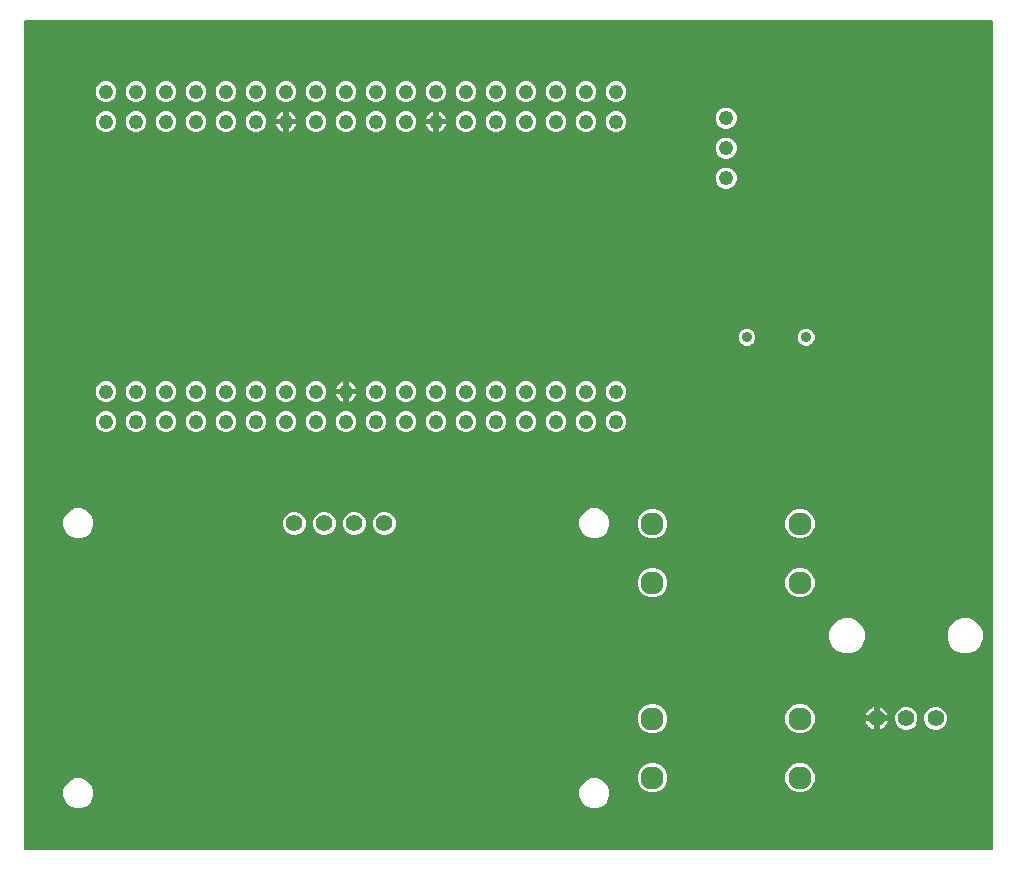
<source format=gbr>
G04 EAGLE Gerber RS-274X export*
G75*
%MOMM*%
%FSLAX34Y34*%
%LPD*%
%INCopper Layer 15*%
%IPPOS*%
%AMOC8*
5,1,8,0,0,1.08239X$1,22.5*%
G01*
%ADD10C,1.244600*%
%ADD11C,1.422400*%
%ADD12C,0.904800*%
%ADD13C,1.400000*%
%ADD14C,1.960000*%
%ADD15C,0.609600*%

G36*
X821608Y2556D02*
X821608Y2556D01*
X821727Y2563D01*
X821765Y2576D01*
X821806Y2581D01*
X821916Y2624D01*
X822029Y2661D01*
X822064Y2683D01*
X822101Y2698D01*
X822197Y2767D01*
X822298Y2831D01*
X822326Y2861D01*
X822359Y2884D01*
X822435Y2976D01*
X822516Y3063D01*
X822536Y3098D01*
X822561Y3129D01*
X822612Y3237D01*
X822670Y3341D01*
X822680Y3381D01*
X822697Y3417D01*
X822719Y3534D01*
X822749Y3649D01*
X822753Y3709D01*
X822757Y3729D01*
X822755Y3750D01*
X822759Y3810D01*
X822759Y704090D01*
X822744Y704208D01*
X822737Y704327D01*
X822724Y704365D01*
X822719Y704406D01*
X822676Y704516D01*
X822639Y704629D01*
X822617Y704664D01*
X822602Y704701D01*
X822533Y704797D01*
X822469Y704898D01*
X822439Y704926D01*
X822416Y704959D01*
X822324Y705035D01*
X822237Y705116D01*
X822202Y705136D01*
X822171Y705161D01*
X822063Y705212D01*
X821959Y705270D01*
X821919Y705280D01*
X821883Y705297D01*
X821766Y705319D01*
X821651Y705349D01*
X821591Y705353D01*
X821571Y705357D01*
X821550Y705355D01*
X821490Y705359D01*
X3810Y705359D01*
X3692Y705344D01*
X3573Y705337D01*
X3535Y705324D01*
X3494Y705319D01*
X3384Y705276D01*
X3271Y705239D01*
X3236Y705217D01*
X3199Y705202D01*
X3103Y705133D01*
X3002Y705069D01*
X2974Y705039D01*
X2941Y705016D01*
X2865Y704924D01*
X2784Y704837D01*
X2764Y704802D01*
X2739Y704771D01*
X2688Y704663D01*
X2630Y704559D01*
X2620Y704519D01*
X2603Y704483D01*
X2581Y704366D01*
X2551Y704251D01*
X2547Y704191D01*
X2543Y704171D01*
X2545Y704150D01*
X2541Y704090D01*
X2541Y3810D01*
X2556Y3692D01*
X2563Y3573D01*
X2576Y3535D01*
X2581Y3494D01*
X2624Y3384D01*
X2661Y3271D01*
X2683Y3236D01*
X2698Y3199D01*
X2767Y3103D01*
X2831Y3002D01*
X2861Y2974D01*
X2884Y2941D01*
X2976Y2865D01*
X3063Y2784D01*
X3098Y2764D01*
X3129Y2739D01*
X3237Y2688D01*
X3341Y2630D01*
X3381Y2620D01*
X3417Y2603D01*
X3534Y2581D01*
X3649Y2551D01*
X3709Y2547D01*
X3729Y2543D01*
X3750Y2545D01*
X3810Y2541D01*
X821490Y2541D01*
X821608Y2556D01*
G37*
%LPC*%
G36*
X796308Y169259D02*
X796308Y169259D01*
X790780Y171549D01*
X786549Y175780D01*
X784259Y181308D01*
X784259Y187292D01*
X786549Y192820D01*
X790780Y197051D01*
X796308Y199341D01*
X802292Y199341D01*
X807820Y197051D01*
X812051Y192820D01*
X814341Y187292D01*
X814341Y181308D01*
X812051Y175780D01*
X807820Y171549D01*
X802292Y169259D01*
X796308Y169259D01*
G37*
%LPD*%
%LPC*%
G36*
X696308Y169259D02*
X696308Y169259D01*
X690780Y171549D01*
X686549Y175780D01*
X684259Y181308D01*
X684259Y187292D01*
X686549Y192820D01*
X690780Y197051D01*
X696308Y199341D01*
X702292Y199341D01*
X707820Y197051D01*
X712051Y192820D01*
X714341Y187292D01*
X714341Y181308D01*
X712051Y175780D01*
X707820Y171549D01*
X702292Y169259D01*
X696308Y169259D01*
G37*
%LPD*%
%LPC*%
G36*
X45765Y38259D02*
X45765Y38259D01*
X41156Y40168D01*
X37628Y43696D01*
X35719Y48305D01*
X35719Y53295D01*
X37628Y57904D01*
X41156Y61432D01*
X45765Y63341D01*
X50755Y63341D01*
X55364Y61432D01*
X58892Y57904D01*
X60801Y53295D01*
X60801Y48305D01*
X58892Y43696D01*
X55364Y40168D01*
X50755Y38259D01*
X45765Y38259D01*
G37*
%LPD*%
%LPC*%
G36*
X45765Y266859D02*
X45765Y266859D01*
X41156Y268768D01*
X37628Y272296D01*
X35719Y276905D01*
X35719Y281895D01*
X37628Y286504D01*
X41156Y290032D01*
X45765Y291941D01*
X50755Y291941D01*
X55364Y290032D01*
X58892Y286504D01*
X60801Y281895D01*
X60801Y276905D01*
X58892Y272296D01*
X55364Y268768D01*
X50755Y266859D01*
X45765Y266859D01*
G37*
%LPD*%
%LPC*%
G36*
X482645Y266859D02*
X482645Y266859D01*
X478036Y268768D01*
X474508Y272296D01*
X472599Y276905D01*
X472599Y281895D01*
X474508Y286504D01*
X478036Y290032D01*
X482645Y291941D01*
X487635Y291941D01*
X492244Y290032D01*
X495772Y286504D01*
X497681Y281895D01*
X497681Y276905D01*
X495772Y272296D01*
X492244Y268768D01*
X487635Y266859D01*
X482645Y266859D01*
G37*
%LPD*%
%LPC*%
G36*
X482645Y38259D02*
X482645Y38259D01*
X478036Y40168D01*
X474508Y43696D01*
X472599Y48305D01*
X472599Y53295D01*
X474508Y57904D01*
X478036Y61432D01*
X482645Y63341D01*
X487635Y63341D01*
X492244Y61432D01*
X495772Y57904D01*
X497681Y53295D01*
X497681Y48305D01*
X495772Y43696D01*
X492244Y40168D01*
X487635Y38259D01*
X482645Y38259D01*
G37*
%LPD*%
%LPC*%
G36*
X531945Y266659D02*
X531945Y266659D01*
X527410Y268538D01*
X523938Y272010D01*
X522059Y276545D01*
X522059Y281455D01*
X523938Y285990D01*
X527410Y289462D01*
X531945Y291341D01*
X536855Y291341D01*
X541390Y289462D01*
X544862Y285990D01*
X546741Y281455D01*
X546741Y276545D01*
X544862Y272010D01*
X541390Y268538D01*
X536855Y266659D01*
X531945Y266659D01*
G37*
%LPD*%
%LPC*%
G36*
X656945Y266659D02*
X656945Y266659D01*
X652410Y268538D01*
X648938Y272010D01*
X647059Y276545D01*
X647059Y281455D01*
X648938Y285990D01*
X652410Y289462D01*
X656945Y291341D01*
X661855Y291341D01*
X666390Y289462D01*
X669862Y285990D01*
X671741Y281455D01*
X671741Y276545D01*
X669862Y272010D01*
X666390Y268538D01*
X661855Y266659D01*
X656945Y266659D01*
G37*
%LPD*%
%LPC*%
G36*
X656945Y216659D02*
X656945Y216659D01*
X652410Y218538D01*
X648938Y222010D01*
X647059Y226545D01*
X647059Y231455D01*
X648938Y235990D01*
X652410Y239462D01*
X656945Y241341D01*
X661855Y241341D01*
X666390Y239462D01*
X669862Y235990D01*
X671741Y231455D01*
X671741Y226545D01*
X669862Y222010D01*
X666390Y218538D01*
X661855Y216659D01*
X656945Y216659D01*
G37*
%LPD*%
%LPC*%
G36*
X531945Y216659D02*
X531945Y216659D01*
X527410Y218538D01*
X523938Y222010D01*
X522059Y226545D01*
X522059Y231455D01*
X523938Y235990D01*
X527410Y239462D01*
X531945Y241341D01*
X536855Y241341D01*
X541390Y239462D01*
X544862Y235990D01*
X546741Y231455D01*
X546741Y226545D01*
X544862Y222010D01*
X541390Y218538D01*
X536855Y216659D01*
X531945Y216659D01*
G37*
%LPD*%
%LPC*%
G36*
X656945Y101559D02*
X656945Y101559D01*
X652410Y103438D01*
X648938Y106910D01*
X647059Y111445D01*
X647059Y116355D01*
X648938Y120890D01*
X652410Y124362D01*
X656945Y126241D01*
X661855Y126241D01*
X666390Y124362D01*
X669862Y120890D01*
X671741Y116355D01*
X671741Y111445D01*
X669862Y106910D01*
X666390Y103438D01*
X661855Y101559D01*
X656945Y101559D01*
G37*
%LPD*%
%LPC*%
G36*
X531945Y101559D02*
X531945Y101559D01*
X527410Y103438D01*
X523938Y106910D01*
X522059Y111445D01*
X522059Y116355D01*
X523938Y120890D01*
X527410Y124362D01*
X531945Y126241D01*
X536855Y126241D01*
X541390Y124362D01*
X544862Y120890D01*
X546741Y116355D01*
X546741Y111445D01*
X544862Y106910D01*
X541390Y103438D01*
X536855Y101559D01*
X531945Y101559D01*
G37*
%LPD*%
%LPC*%
G36*
X656945Y51559D02*
X656945Y51559D01*
X652410Y53438D01*
X648938Y56910D01*
X647059Y61445D01*
X647059Y66355D01*
X648938Y70890D01*
X652410Y74362D01*
X656945Y76241D01*
X661855Y76241D01*
X666390Y74362D01*
X669862Y70890D01*
X671741Y66355D01*
X671741Y61445D01*
X669862Y56910D01*
X666390Y53438D01*
X661855Y51559D01*
X656945Y51559D01*
G37*
%LPD*%
%LPC*%
G36*
X531945Y51559D02*
X531945Y51559D01*
X527410Y53438D01*
X523938Y56910D01*
X522059Y61445D01*
X522059Y66355D01*
X523938Y70890D01*
X527410Y74362D01*
X531945Y76241D01*
X536855Y76241D01*
X541390Y74362D01*
X544862Y70890D01*
X546741Y66355D01*
X546741Y61445D01*
X544862Y56910D01*
X541390Y53438D01*
X536855Y51559D01*
X531945Y51559D01*
G37*
%LPD*%
%LPC*%
G36*
X305420Y269747D02*
X305420Y269747D01*
X301872Y271217D01*
X299157Y273932D01*
X297687Y277480D01*
X297687Y281320D01*
X299157Y284868D01*
X301872Y287583D01*
X305420Y289053D01*
X309260Y289053D01*
X312808Y287583D01*
X315523Y284868D01*
X316993Y281320D01*
X316993Y277480D01*
X315523Y273932D01*
X312808Y271217D01*
X309260Y269747D01*
X305420Y269747D01*
G37*
%LPD*%
%LPC*%
G36*
X229220Y269747D02*
X229220Y269747D01*
X225672Y271217D01*
X222957Y273932D01*
X221487Y277480D01*
X221487Y281320D01*
X222957Y284868D01*
X225672Y287583D01*
X229220Y289053D01*
X233060Y289053D01*
X236608Y287583D01*
X239323Y284868D01*
X240793Y281320D01*
X240793Y277480D01*
X239323Y273932D01*
X236608Y271217D01*
X233060Y269747D01*
X229220Y269747D01*
G37*
%LPD*%
%LPC*%
G36*
X254620Y269747D02*
X254620Y269747D01*
X251072Y271217D01*
X248357Y273932D01*
X246887Y277480D01*
X246887Y281320D01*
X248357Y284868D01*
X251072Y287583D01*
X254620Y289053D01*
X258460Y289053D01*
X262008Y287583D01*
X264723Y284868D01*
X266193Y281320D01*
X266193Y277480D01*
X264723Y273932D01*
X262008Y271217D01*
X258460Y269747D01*
X254620Y269747D01*
G37*
%LPD*%
%LPC*%
G36*
X280020Y269747D02*
X280020Y269747D01*
X276472Y271217D01*
X273757Y273932D01*
X272287Y277480D01*
X272287Y281320D01*
X273757Y284868D01*
X276472Y287583D01*
X280020Y289053D01*
X283860Y289053D01*
X287408Y287583D01*
X290123Y284868D01*
X291593Y281320D01*
X291593Y277480D01*
X290123Y273932D01*
X287408Y271217D01*
X283860Y269747D01*
X280020Y269747D01*
G37*
%LPD*%
%LPC*%
G36*
X772402Y104759D02*
X772402Y104759D01*
X768896Y106212D01*
X766212Y108896D01*
X764759Y112402D01*
X764759Y116198D01*
X766212Y119704D01*
X768896Y122388D01*
X772402Y123841D01*
X776198Y123841D01*
X779704Y122388D01*
X782388Y119704D01*
X783841Y116198D01*
X783841Y112402D01*
X782388Y108896D01*
X779704Y106212D01*
X776198Y104759D01*
X772402Y104759D01*
G37*
%LPD*%
%LPC*%
G36*
X747402Y104759D02*
X747402Y104759D01*
X743896Y106212D01*
X741212Y108896D01*
X739759Y112402D01*
X739759Y116198D01*
X741212Y119704D01*
X743896Y122388D01*
X747402Y123841D01*
X751198Y123841D01*
X754704Y122388D01*
X757388Y119704D01*
X758841Y116198D01*
X758841Y112402D01*
X757388Y108896D01*
X754704Y106212D01*
X751198Y104759D01*
X747402Y104759D01*
G37*
%LPD*%
%LPC*%
G36*
X247857Y636136D02*
X247857Y636136D01*
X244636Y637470D01*
X242170Y639936D01*
X240836Y643157D01*
X240836Y646643D01*
X242170Y649864D01*
X244636Y652330D01*
X247857Y653664D01*
X251343Y653664D01*
X254564Y652330D01*
X257030Y649864D01*
X258364Y646643D01*
X258364Y643157D01*
X257030Y639936D01*
X254564Y637470D01*
X251343Y636136D01*
X247857Y636136D01*
G37*
%LPD*%
%LPC*%
G36*
X222457Y636136D02*
X222457Y636136D01*
X219236Y637470D01*
X216770Y639936D01*
X215436Y643157D01*
X215436Y646643D01*
X216770Y649864D01*
X219236Y652330D01*
X222457Y653664D01*
X225943Y653664D01*
X229164Y652330D01*
X231630Y649864D01*
X232964Y646643D01*
X232964Y643157D01*
X231630Y639936D01*
X229164Y637470D01*
X225943Y636136D01*
X222457Y636136D01*
G37*
%LPD*%
%LPC*%
G36*
X171657Y636136D02*
X171657Y636136D01*
X168436Y637470D01*
X165970Y639936D01*
X164636Y643157D01*
X164636Y646643D01*
X165970Y649864D01*
X168436Y652330D01*
X171657Y653664D01*
X175143Y653664D01*
X178364Y652330D01*
X180830Y649864D01*
X182164Y646643D01*
X182164Y643157D01*
X180830Y639936D01*
X178364Y637470D01*
X175143Y636136D01*
X171657Y636136D01*
G37*
%LPD*%
%LPC*%
G36*
X146257Y636136D02*
X146257Y636136D01*
X143036Y637470D01*
X140570Y639936D01*
X139236Y643157D01*
X139236Y646643D01*
X140570Y649864D01*
X143036Y652330D01*
X146257Y653664D01*
X149743Y653664D01*
X152964Y652330D01*
X155430Y649864D01*
X156764Y646643D01*
X156764Y643157D01*
X155430Y639936D01*
X152964Y637470D01*
X149743Y636136D01*
X146257Y636136D01*
G37*
%LPD*%
%LPC*%
G36*
X120857Y636136D02*
X120857Y636136D01*
X117636Y637470D01*
X115170Y639936D01*
X113836Y643157D01*
X113836Y646643D01*
X115170Y649864D01*
X117636Y652330D01*
X120857Y653664D01*
X124343Y653664D01*
X127564Y652330D01*
X130030Y649864D01*
X131364Y646643D01*
X131364Y643157D01*
X130030Y639936D01*
X127564Y637470D01*
X124343Y636136D01*
X120857Y636136D01*
G37*
%LPD*%
%LPC*%
G36*
X95457Y636136D02*
X95457Y636136D01*
X92236Y637470D01*
X89770Y639936D01*
X88436Y643157D01*
X88436Y646643D01*
X89770Y649864D01*
X92236Y652330D01*
X95457Y653664D01*
X98943Y653664D01*
X102164Y652330D01*
X104630Y649864D01*
X105964Y646643D01*
X105964Y643157D01*
X104630Y639936D01*
X102164Y637470D01*
X98943Y636136D01*
X95457Y636136D01*
G37*
%LPD*%
%LPC*%
G36*
X70057Y636136D02*
X70057Y636136D01*
X66836Y637470D01*
X64370Y639936D01*
X63036Y643157D01*
X63036Y646643D01*
X64370Y649864D01*
X66836Y652330D01*
X70057Y653664D01*
X73543Y653664D01*
X76764Y652330D01*
X79230Y649864D01*
X80564Y646643D01*
X80564Y643157D01*
X79230Y639936D01*
X76764Y637470D01*
X73543Y636136D01*
X70057Y636136D01*
G37*
%LPD*%
%LPC*%
G36*
X595157Y613536D02*
X595157Y613536D01*
X591936Y614870D01*
X589470Y617336D01*
X588136Y620557D01*
X588136Y624043D01*
X589470Y627264D01*
X591936Y629730D01*
X595157Y631064D01*
X598643Y631064D01*
X601864Y629730D01*
X604330Y627264D01*
X605664Y624043D01*
X605664Y620557D01*
X604330Y617336D01*
X601864Y614870D01*
X598643Y613536D01*
X595157Y613536D01*
G37*
%LPD*%
%LPC*%
G36*
X95457Y610736D02*
X95457Y610736D01*
X92236Y612070D01*
X89770Y614536D01*
X88436Y617757D01*
X88436Y621243D01*
X89770Y624464D01*
X92236Y626930D01*
X95457Y628264D01*
X98943Y628264D01*
X102164Y626930D01*
X104630Y624464D01*
X105964Y621243D01*
X105964Y617757D01*
X104630Y614536D01*
X102164Y612070D01*
X98943Y610736D01*
X95457Y610736D01*
G37*
%LPD*%
%LPC*%
G36*
X70057Y610736D02*
X70057Y610736D01*
X66836Y612070D01*
X64370Y614536D01*
X63036Y617757D01*
X63036Y621243D01*
X64370Y624464D01*
X66836Y626930D01*
X70057Y628264D01*
X73543Y628264D01*
X76764Y626930D01*
X79230Y624464D01*
X80564Y621243D01*
X80564Y617757D01*
X79230Y614536D01*
X76764Y612070D01*
X73543Y610736D01*
X70057Y610736D01*
G37*
%LPD*%
%LPC*%
G36*
X501857Y610736D02*
X501857Y610736D01*
X498636Y612070D01*
X496170Y614536D01*
X494836Y617757D01*
X494836Y621243D01*
X496170Y624464D01*
X498636Y626930D01*
X501857Y628264D01*
X505343Y628264D01*
X508564Y626930D01*
X511030Y624464D01*
X512364Y621243D01*
X512364Y617757D01*
X511030Y614536D01*
X508564Y612070D01*
X505343Y610736D01*
X501857Y610736D01*
G37*
%LPD*%
%LPC*%
G36*
X476457Y610736D02*
X476457Y610736D01*
X473236Y612070D01*
X470770Y614536D01*
X469436Y617757D01*
X469436Y621243D01*
X470770Y624464D01*
X473236Y626930D01*
X476457Y628264D01*
X479943Y628264D01*
X483164Y626930D01*
X485630Y624464D01*
X486964Y621243D01*
X486964Y617757D01*
X485630Y614536D01*
X483164Y612070D01*
X479943Y610736D01*
X476457Y610736D01*
G37*
%LPD*%
%LPC*%
G36*
X451057Y610736D02*
X451057Y610736D01*
X447836Y612070D01*
X445370Y614536D01*
X444036Y617757D01*
X444036Y621243D01*
X445370Y624464D01*
X447836Y626930D01*
X451057Y628264D01*
X454543Y628264D01*
X457764Y626930D01*
X460230Y624464D01*
X461564Y621243D01*
X461564Y617757D01*
X460230Y614536D01*
X457764Y612070D01*
X454543Y610736D01*
X451057Y610736D01*
G37*
%LPD*%
%LPC*%
G36*
X425657Y610736D02*
X425657Y610736D01*
X422436Y612070D01*
X419970Y614536D01*
X418636Y617757D01*
X418636Y621243D01*
X419970Y624464D01*
X422436Y626930D01*
X425657Y628264D01*
X429143Y628264D01*
X432364Y626930D01*
X434830Y624464D01*
X436164Y621243D01*
X436164Y617757D01*
X434830Y614536D01*
X432364Y612070D01*
X429143Y610736D01*
X425657Y610736D01*
G37*
%LPD*%
%LPC*%
G36*
X400257Y610736D02*
X400257Y610736D01*
X397036Y612070D01*
X394570Y614536D01*
X393236Y617757D01*
X393236Y621243D01*
X394570Y624464D01*
X397036Y626930D01*
X400257Y628264D01*
X403743Y628264D01*
X406964Y626930D01*
X409430Y624464D01*
X410764Y621243D01*
X410764Y617757D01*
X409430Y614536D01*
X406964Y612070D01*
X403743Y610736D01*
X400257Y610736D01*
G37*
%LPD*%
%LPC*%
G36*
X374857Y610736D02*
X374857Y610736D01*
X371636Y612070D01*
X369170Y614536D01*
X367836Y617757D01*
X367836Y621243D01*
X369170Y624464D01*
X371636Y626930D01*
X374857Y628264D01*
X378343Y628264D01*
X381564Y626930D01*
X384030Y624464D01*
X385364Y621243D01*
X385364Y617757D01*
X384030Y614536D01*
X381564Y612070D01*
X378343Y610736D01*
X374857Y610736D01*
G37*
%LPD*%
%LPC*%
G36*
X324057Y610736D02*
X324057Y610736D01*
X320836Y612070D01*
X318370Y614536D01*
X317036Y617757D01*
X317036Y621243D01*
X318370Y624464D01*
X320836Y626930D01*
X324057Y628264D01*
X327543Y628264D01*
X330764Y626930D01*
X333230Y624464D01*
X334564Y621243D01*
X334564Y617757D01*
X333230Y614536D01*
X330764Y612070D01*
X327543Y610736D01*
X324057Y610736D01*
G37*
%LPD*%
%LPC*%
G36*
X298657Y610736D02*
X298657Y610736D01*
X295436Y612070D01*
X292970Y614536D01*
X291636Y617757D01*
X291636Y621243D01*
X292970Y624464D01*
X295436Y626930D01*
X298657Y628264D01*
X302143Y628264D01*
X305364Y626930D01*
X307830Y624464D01*
X309164Y621243D01*
X309164Y617757D01*
X307830Y614536D01*
X305364Y612070D01*
X302143Y610736D01*
X298657Y610736D01*
G37*
%LPD*%
%LPC*%
G36*
X273257Y610736D02*
X273257Y610736D01*
X270036Y612070D01*
X267570Y614536D01*
X266236Y617757D01*
X266236Y621243D01*
X267570Y624464D01*
X270036Y626930D01*
X273257Y628264D01*
X276743Y628264D01*
X279964Y626930D01*
X282430Y624464D01*
X283764Y621243D01*
X283764Y617757D01*
X282430Y614536D01*
X279964Y612070D01*
X276743Y610736D01*
X273257Y610736D01*
G37*
%LPD*%
%LPC*%
G36*
X247857Y610736D02*
X247857Y610736D01*
X244636Y612070D01*
X242170Y614536D01*
X240836Y617757D01*
X240836Y621243D01*
X242170Y624464D01*
X244636Y626930D01*
X247857Y628264D01*
X251343Y628264D01*
X254564Y626930D01*
X257030Y624464D01*
X258364Y621243D01*
X258364Y617757D01*
X257030Y614536D01*
X254564Y612070D01*
X251343Y610736D01*
X247857Y610736D01*
G37*
%LPD*%
%LPC*%
G36*
X197057Y610736D02*
X197057Y610736D01*
X193836Y612070D01*
X191370Y614536D01*
X190036Y617757D01*
X190036Y621243D01*
X191370Y624464D01*
X193836Y626930D01*
X197057Y628264D01*
X200543Y628264D01*
X203764Y626930D01*
X206230Y624464D01*
X207564Y621243D01*
X207564Y617757D01*
X206230Y614536D01*
X203764Y612070D01*
X200543Y610736D01*
X197057Y610736D01*
G37*
%LPD*%
%LPC*%
G36*
X171657Y610736D02*
X171657Y610736D01*
X168436Y612070D01*
X165970Y614536D01*
X164636Y617757D01*
X164636Y621243D01*
X165970Y624464D01*
X168436Y626930D01*
X171657Y628264D01*
X175143Y628264D01*
X178364Y626930D01*
X180830Y624464D01*
X182164Y621243D01*
X182164Y617757D01*
X180830Y614536D01*
X178364Y612070D01*
X175143Y610736D01*
X171657Y610736D01*
G37*
%LPD*%
%LPC*%
G36*
X146257Y610736D02*
X146257Y610736D01*
X143036Y612070D01*
X140570Y614536D01*
X139236Y617757D01*
X139236Y621243D01*
X140570Y624464D01*
X143036Y626930D01*
X146257Y628264D01*
X149743Y628264D01*
X152964Y626930D01*
X155430Y624464D01*
X156764Y621243D01*
X156764Y617757D01*
X155430Y614536D01*
X152964Y612070D01*
X149743Y610736D01*
X146257Y610736D01*
G37*
%LPD*%
%LPC*%
G36*
X120857Y610736D02*
X120857Y610736D01*
X117636Y612070D01*
X115170Y614536D01*
X113836Y617757D01*
X113836Y621243D01*
X115170Y624464D01*
X117636Y626930D01*
X120857Y628264D01*
X124343Y628264D01*
X127564Y626930D01*
X130030Y624464D01*
X131364Y621243D01*
X131364Y617757D01*
X130030Y614536D01*
X127564Y612070D01*
X124343Y610736D01*
X120857Y610736D01*
G37*
%LPD*%
%LPC*%
G36*
X374857Y382136D02*
X374857Y382136D01*
X371636Y383470D01*
X369170Y385936D01*
X367836Y389157D01*
X367836Y392643D01*
X369170Y395864D01*
X371636Y398330D01*
X374857Y399664D01*
X378343Y399664D01*
X381564Y398330D01*
X384030Y395864D01*
X385364Y392643D01*
X385364Y389157D01*
X384030Y385936D01*
X381564Y383470D01*
X378343Y382136D01*
X374857Y382136D01*
G37*
%LPD*%
%LPC*%
G36*
X595157Y588136D02*
X595157Y588136D01*
X591936Y589470D01*
X589470Y591936D01*
X588136Y595157D01*
X588136Y598643D01*
X589470Y601864D01*
X591936Y604330D01*
X595157Y605664D01*
X598643Y605664D01*
X601864Y604330D01*
X604330Y601864D01*
X605664Y598643D01*
X605664Y595157D01*
X604330Y591936D01*
X601864Y589470D01*
X598643Y588136D01*
X595157Y588136D01*
G37*
%LPD*%
%LPC*%
G36*
X595157Y562736D02*
X595157Y562736D01*
X591936Y564070D01*
X589470Y566536D01*
X588136Y569757D01*
X588136Y573243D01*
X589470Y576464D01*
X591936Y578930D01*
X595157Y580264D01*
X598643Y580264D01*
X601864Y578930D01*
X604330Y576464D01*
X605664Y573243D01*
X605664Y569757D01*
X604330Y566536D01*
X601864Y564070D01*
X598643Y562736D01*
X595157Y562736D01*
G37*
%LPD*%
%LPC*%
G36*
X95457Y382136D02*
X95457Y382136D01*
X92236Y383470D01*
X89770Y385936D01*
X88436Y389157D01*
X88436Y392643D01*
X89770Y395864D01*
X92236Y398330D01*
X95457Y399664D01*
X98943Y399664D01*
X102164Y398330D01*
X104630Y395864D01*
X105964Y392643D01*
X105964Y389157D01*
X104630Y385936D01*
X102164Y383470D01*
X98943Y382136D01*
X95457Y382136D01*
G37*
%LPD*%
%LPC*%
G36*
X70057Y382136D02*
X70057Y382136D01*
X66836Y383470D01*
X64370Y385936D01*
X63036Y389157D01*
X63036Y392643D01*
X64370Y395864D01*
X66836Y398330D01*
X70057Y399664D01*
X73543Y399664D01*
X76764Y398330D01*
X79230Y395864D01*
X80564Y392643D01*
X80564Y389157D01*
X79230Y385936D01*
X76764Y383470D01*
X73543Y382136D01*
X70057Y382136D01*
G37*
%LPD*%
%LPC*%
G36*
X501857Y382136D02*
X501857Y382136D01*
X498636Y383470D01*
X496170Y385936D01*
X494836Y389157D01*
X494836Y392643D01*
X496170Y395864D01*
X498636Y398330D01*
X501857Y399664D01*
X505343Y399664D01*
X508564Y398330D01*
X511030Y395864D01*
X512364Y392643D01*
X512364Y389157D01*
X511030Y385936D01*
X508564Y383470D01*
X505343Y382136D01*
X501857Y382136D01*
G37*
%LPD*%
%LPC*%
G36*
X476457Y382136D02*
X476457Y382136D01*
X473236Y383470D01*
X470770Y385936D01*
X469436Y389157D01*
X469436Y392643D01*
X470770Y395864D01*
X473236Y398330D01*
X476457Y399664D01*
X479943Y399664D01*
X483164Y398330D01*
X485630Y395864D01*
X486964Y392643D01*
X486964Y389157D01*
X485630Y385936D01*
X483164Y383470D01*
X479943Y382136D01*
X476457Y382136D01*
G37*
%LPD*%
%LPC*%
G36*
X451057Y382136D02*
X451057Y382136D01*
X447836Y383470D01*
X445370Y385936D01*
X444036Y389157D01*
X444036Y392643D01*
X445370Y395864D01*
X447836Y398330D01*
X451057Y399664D01*
X454543Y399664D01*
X457764Y398330D01*
X460230Y395864D01*
X461564Y392643D01*
X461564Y389157D01*
X460230Y385936D01*
X457764Y383470D01*
X454543Y382136D01*
X451057Y382136D01*
G37*
%LPD*%
%LPC*%
G36*
X425657Y382136D02*
X425657Y382136D01*
X422436Y383470D01*
X419970Y385936D01*
X418636Y389157D01*
X418636Y392643D01*
X419970Y395864D01*
X422436Y398330D01*
X425657Y399664D01*
X429143Y399664D01*
X432364Y398330D01*
X434830Y395864D01*
X436164Y392643D01*
X436164Y389157D01*
X434830Y385936D01*
X432364Y383470D01*
X429143Y382136D01*
X425657Y382136D01*
G37*
%LPD*%
%LPC*%
G36*
X400257Y382136D02*
X400257Y382136D01*
X397036Y383470D01*
X394570Y385936D01*
X393236Y389157D01*
X393236Y392643D01*
X394570Y395864D01*
X397036Y398330D01*
X400257Y399664D01*
X403743Y399664D01*
X406964Y398330D01*
X409430Y395864D01*
X410764Y392643D01*
X410764Y389157D01*
X409430Y385936D01*
X406964Y383470D01*
X403743Y382136D01*
X400257Y382136D01*
G37*
%LPD*%
%LPC*%
G36*
X197057Y636136D02*
X197057Y636136D01*
X193836Y637470D01*
X191370Y639936D01*
X190036Y643157D01*
X190036Y646643D01*
X191370Y649864D01*
X193836Y652330D01*
X197057Y653664D01*
X200543Y653664D01*
X203764Y652330D01*
X206230Y649864D01*
X207564Y646643D01*
X207564Y643157D01*
X206230Y639936D01*
X203764Y637470D01*
X200543Y636136D01*
X197057Y636136D01*
G37*
%LPD*%
%LPC*%
G36*
X349457Y382136D02*
X349457Y382136D01*
X346236Y383470D01*
X343770Y385936D01*
X342436Y389157D01*
X342436Y392643D01*
X343770Y395864D01*
X346236Y398330D01*
X349457Y399664D01*
X352943Y399664D01*
X356164Y398330D01*
X358630Y395864D01*
X359964Y392643D01*
X359964Y389157D01*
X358630Y385936D01*
X356164Y383470D01*
X352943Y382136D01*
X349457Y382136D01*
G37*
%LPD*%
%LPC*%
G36*
X324057Y382136D02*
X324057Y382136D01*
X320836Y383470D01*
X318370Y385936D01*
X317036Y389157D01*
X317036Y392643D01*
X318370Y395864D01*
X320836Y398330D01*
X324057Y399664D01*
X327543Y399664D01*
X330764Y398330D01*
X333230Y395864D01*
X334564Y392643D01*
X334564Y389157D01*
X333230Y385936D01*
X330764Y383470D01*
X327543Y382136D01*
X324057Y382136D01*
G37*
%LPD*%
%LPC*%
G36*
X298657Y382136D02*
X298657Y382136D01*
X295436Y383470D01*
X292970Y385936D01*
X291636Y389157D01*
X291636Y392643D01*
X292970Y395864D01*
X295436Y398330D01*
X298657Y399664D01*
X302143Y399664D01*
X305364Y398330D01*
X307830Y395864D01*
X309164Y392643D01*
X309164Y389157D01*
X307830Y385936D01*
X305364Y383470D01*
X302143Y382136D01*
X298657Y382136D01*
G37*
%LPD*%
%LPC*%
G36*
X247857Y382136D02*
X247857Y382136D01*
X244636Y383470D01*
X242170Y385936D01*
X240836Y389157D01*
X240836Y392643D01*
X242170Y395864D01*
X244636Y398330D01*
X247857Y399664D01*
X251343Y399664D01*
X254564Y398330D01*
X257030Y395864D01*
X258364Y392643D01*
X258364Y389157D01*
X257030Y385936D01*
X254564Y383470D01*
X251343Y382136D01*
X247857Y382136D01*
G37*
%LPD*%
%LPC*%
G36*
X222457Y382136D02*
X222457Y382136D01*
X219236Y383470D01*
X216770Y385936D01*
X215436Y389157D01*
X215436Y392643D01*
X216770Y395864D01*
X219236Y398330D01*
X222457Y399664D01*
X225943Y399664D01*
X229164Y398330D01*
X231630Y395864D01*
X232964Y392643D01*
X232964Y389157D01*
X231630Y385936D01*
X229164Y383470D01*
X225943Y382136D01*
X222457Y382136D01*
G37*
%LPD*%
%LPC*%
G36*
X197057Y382136D02*
X197057Y382136D01*
X193836Y383470D01*
X191370Y385936D01*
X190036Y389157D01*
X190036Y392643D01*
X191370Y395864D01*
X193836Y398330D01*
X197057Y399664D01*
X200543Y399664D01*
X203764Y398330D01*
X206230Y395864D01*
X207564Y392643D01*
X207564Y389157D01*
X206230Y385936D01*
X203764Y383470D01*
X200543Y382136D01*
X197057Y382136D01*
G37*
%LPD*%
%LPC*%
G36*
X171657Y382136D02*
X171657Y382136D01*
X168436Y383470D01*
X165970Y385936D01*
X164636Y389157D01*
X164636Y392643D01*
X165970Y395864D01*
X168436Y398330D01*
X171657Y399664D01*
X175143Y399664D01*
X178364Y398330D01*
X180830Y395864D01*
X182164Y392643D01*
X182164Y389157D01*
X180830Y385936D01*
X178364Y383470D01*
X175143Y382136D01*
X171657Y382136D01*
G37*
%LPD*%
%LPC*%
G36*
X146257Y382136D02*
X146257Y382136D01*
X143036Y383470D01*
X140570Y385936D01*
X139236Y389157D01*
X139236Y392643D01*
X140570Y395864D01*
X143036Y398330D01*
X146257Y399664D01*
X149743Y399664D01*
X152964Y398330D01*
X155430Y395864D01*
X156764Y392643D01*
X156764Y389157D01*
X155430Y385936D01*
X152964Y383470D01*
X149743Y382136D01*
X146257Y382136D01*
G37*
%LPD*%
%LPC*%
G36*
X120857Y382136D02*
X120857Y382136D01*
X117636Y383470D01*
X115170Y385936D01*
X113836Y389157D01*
X113836Y392643D01*
X115170Y395864D01*
X117636Y398330D01*
X120857Y399664D01*
X124343Y399664D01*
X127564Y398330D01*
X130030Y395864D01*
X131364Y392643D01*
X131364Y389157D01*
X130030Y385936D01*
X127564Y383470D01*
X124343Y382136D01*
X120857Y382136D01*
G37*
%LPD*%
%LPC*%
G36*
X501857Y356736D02*
X501857Y356736D01*
X498636Y358070D01*
X496170Y360536D01*
X494836Y363757D01*
X494836Y367243D01*
X496170Y370464D01*
X498636Y372930D01*
X501857Y374264D01*
X505343Y374264D01*
X508564Y372930D01*
X511030Y370464D01*
X512364Y367243D01*
X512364Y363757D01*
X511030Y360536D01*
X508564Y358070D01*
X505343Y356736D01*
X501857Y356736D01*
G37*
%LPD*%
%LPC*%
G36*
X400257Y356736D02*
X400257Y356736D01*
X397036Y358070D01*
X394570Y360536D01*
X393236Y363757D01*
X393236Y367243D01*
X394570Y370464D01*
X397036Y372930D01*
X400257Y374264D01*
X403743Y374264D01*
X406964Y372930D01*
X409430Y370464D01*
X410764Y367243D01*
X410764Y363757D01*
X409430Y360536D01*
X406964Y358070D01*
X403743Y356736D01*
X400257Y356736D01*
G37*
%LPD*%
%LPC*%
G36*
X374857Y356736D02*
X374857Y356736D01*
X371636Y358070D01*
X369170Y360536D01*
X367836Y363757D01*
X367836Y367243D01*
X369170Y370464D01*
X371636Y372930D01*
X374857Y374264D01*
X378343Y374264D01*
X381564Y372930D01*
X384030Y370464D01*
X385364Y367243D01*
X385364Y363757D01*
X384030Y360536D01*
X381564Y358070D01*
X378343Y356736D01*
X374857Y356736D01*
G37*
%LPD*%
%LPC*%
G36*
X476457Y356736D02*
X476457Y356736D01*
X473236Y358070D01*
X470770Y360536D01*
X469436Y363757D01*
X469436Y367243D01*
X470770Y370464D01*
X473236Y372930D01*
X476457Y374264D01*
X479943Y374264D01*
X483164Y372930D01*
X485630Y370464D01*
X486964Y367243D01*
X486964Y363757D01*
X485630Y360536D01*
X483164Y358070D01*
X479943Y356736D01*
X476457Y356736D01*
G37*
%LPD*%
%LPC*%
G36*
X451057Y356736D02*
X451057Y356736D01*
X447836Y358070D01*
X445370Y360536D01*
X444036Y363757D01*
X444036Y367243D01*
X445370Y370464D01*
X447836Y372930D01*
X451057Y374264D01*
X454543Y374264D01*
X457764Y372930D01*
X460230Y370464D01*
X461564Y367243D01*
X461564Y363757D01*
X460230Y360536D01*
X457764Y358070D01*
X454543Y356736D01*
X451057Y356736D01*
G37*
%LPD*%
%LPC*%
G36*
X425657Y356736D02*
X425657Y356736D01*
X422436Y358070D01*
X419970Y360536D01*
X418636Y363757D01*
X418636Y367243D01*
X419970Y370464D01*
X422436Y372930D01*
X425657Y374264D01*
X429143Y374264D01*
X432364Y372930D01*
X434830Y370464D01*
X436164Y367243D01*
X436164Y363757D01*
X434830Y360536D01*
X432364Y358070D01*
X429143Y356736D01*
X425657Y356736D01*
G37*
%LPD*%
%LPC*%
G36*
X95457Y356736D02*
X95457Y356736D01*
X92236Y358070D01*
X89770Y360536D01*
X88436Y363757D01*
X88436Y367243D01*
X89770Y370464D01*
X92236Y372930D01*
X95457Y374264D01*
X98943Y374264D01*
X102164Y372930D01*
X104630Y370464D01*
X105964Y367243D01*
X105964Y363757D01*
X104630Y360536D01*
X102164Y358070D01*
X98943Y356736D01*
X95457Y356736D01*
G37*
%LPD*%
%LPC*%
G36*
X70057Y356736D02*
X70057Y356736D01*
X66836Y358070D01*
X64370Y360536D01*
X63036Y363757D01*
X63036Y367243D01*
X64370Y370464D01*
X66836Y372930D01*
X70057Y374264D01*
X73543Y374264D01*
X76764Y372930D01*
X79230Y370464D01*
X80564Y367243D01*
X80564Y363757D01*
X79230Y360536D01*
X76764Y358070D01*
X73543Y356736D01*
X70057Y356736D01*
G37*
%LPD*%
%LPC*%
G36*
X349457Y356736D02*
X349457Y356736D01*
X346236Y358070D01*
X343770Y360536D01*
X342436Y363757D01*
X342436Y367243D01*
X343770Y370464D01*
X346236Y372930D01*
X349457Y374264D01*
X352943Y374264D01*
X356164Y372930D01*
X358630Y370464D01*
X359964Y367243D01*
X359964Y363757D01*
X358630Y360536D01*
X356164Y358070D01*
X352943Y356736D01*
X349457Y356736D01*
G37*
%LPD*%
%LPC*%
G36*
X324057Y356736D02*
X324057Y356736D01*
X320836Y358070D01*
X318370Y360536D01*
X317036Y363757D01*
X317036Y367243D01*
X318370Y370464D01*
X320836Y372930D01*
X324057Y374264D01*
X327543Y374264D01*
X330764Y372930D01*
X333230Y370464D01*
X334564Y367243D01*
X334564Y363757D01*
X333230Y360536D01*
X330764Y358070D01*
X327543Y356736D01*
X324057Y356736D01*
G37*
%LPD*%
%LPC*%
G36*
X298657Y356736D02*
X298657Y356736D01*
X295436Y358070D01*
X292970Y360536D01*
X291636Y363757D01*
X291636Y367243D01*
X292970Y370464D01*
X295436Y372930D01*
X298657Y374264D01*
X302143Y374264D01*
X305364Y372930D01*
X307830Y370464D01*
X309164Y367243D01*
X309164Y363757D01*
X307830Y360536D01*
X305364Y358070D01*
X302143Y356736D01*
X298657Y356736D01*
G37*
%LPD*%
%LPC*%
G36*
X273257Y356736D02*
X273257Y356736D01*
X270036Y358070D01*
X267570Y360536D01*
X266236Y363757D01*
X266236Y367243D01*
X267570Y370464D01*
X270036Y372930D01*
X273257Y374264D01*
X276743Y374264D01*
X279964Y372930D01*
X282430Y370464D01*
X283764Y367243D01*
X283764Y363757D01*
X282430Y360536D01*
X279964Y358070D01*
X276743Y356736D01*
X273257Y356736D01*
G37*
%LPD*%
%LPC*%
G36*
X247857Y356736D02*
X247857Y356736D01*
X244636Y358070D01*
X242170Y360536D01*
X240836Y363757D01*
X240836Y367243D01*
X242170Y370464D01*
X244636Y372930D01*
X247857Y374264D01*
X251343Y374264D01*
X254564Y372930D01*
X257030Y370464D01*
X258364Y367243D01*
X258364Y363757D01*
X257030Y360536D01*
X254564Y358070D01*
X251343Y356736D01*
X247857Y356736D01*
G37*
%LPD*%
%LPC*%
G36*
X222457Y356736D02*
X222457Y356736D01*
X219236Y358070D01*
X216770Y360536D01*
X215436Y363757D01*
X215436Y367243D01*
X216770Y370464D01*
X219236Y372930D01*
X222457Y374264D01*
X225943Y374264D01*
X229164Y372930D01*
X231630Y370464D01*
X232964Y367243D01*
X232964Y363757D01*
X231630Y360536D01*
X229164Y358070D01*
X225943Y356736D01*
X222457Y356736D01*
G37*
%LPD*%
%LPC*%
G36*
X197057Y356736D02*
X197057Y356736D01*
X193836Y358070D01*
X191370Y360536D01*
X190036Y363757D01*
X190036Y367243D01*
X191370Y370464D01*
X193836Y372930D01*
X197057Y374264D01*
X200543Y374264D01*
X203764Y372930D01*
X206230Y370464D01*
X207564Y367243D01*
X207564Y363757D01*
X206230Y360536D01*
X203764Y358070D01*
X200543Y356736D01*
X197057Y356736D01*
G37*
%LPD*%
%LPC*%
G36*
X146257Y356736D02*
X146257Y356736D01*
X143036Y358070D01*
X140570Y360536D01*
X139236Y363757D01*
X139236Y367243D01*
X140570Y370464D01*
X143036Y372930D01*
X146257Y374264D01*
X149743Y374264D01*
X152964Y372930D01*
X155430Y370464D01*
X156764Y367243D01*
X156764Y363757D01*
X155430Y360536D01*
X152964Y358070D01*
X149743Y356736D01*
X146257Y356736D01*
G37*
%LPD*%
%LPC*%
G36*
X120857Y356736D02*
X120857Y356736D01*
X117636Y358070D01*
X115170Y360536D01*
X113836Y363757D01*
X113836Y367243D01*
X115170Y370464D01*
X117636Y372930D01*
X120857Y374264D01*
X124343Y374264D01*
X127564Y372930D01*
X130030Y370464D01*
X131364Y367243D01*
X131364Y363757D01*
X130030Y360536D01*
X127564Y358070D01*
X124343Y356736D01*
X120857Y356736D01*
G37*
%LPD*%
%LPC*%
G36*
X501857Y636136D02*
X501857Y636136D01*
X498636Y637470D01*
X496170Y639936D01*
X494836Y643157D01*
X494836Y646643D01*
X496170Y649864D01*
X498636Y652330D01*
X501857Y653664D01*
X505343Y653664D01*
X508564Y652330D01*
X511030Y649864D01*
X512364Y646643D01*
X512364Y643157D01*
X511030Y639936D01*
X508564Y637470D01*
X505343Y636136D01*
X501857Y636136D01*
G37*
%LPD*%
%LPC*%
G36*
X476457Y636136D02*
X476457Y636136D01*
X473236Y637470D01*
X470770Y639936D01*
X469436Y643157D01*
X469436Y646643D01*
X470770Y649864D01*
X473236Y652330D01*
X476457Y653664D01*
X479943Y653664D01*
X483164Y652330D01*
X485630Y649864D01*
X486964Y646643D01*
X486964Y643157D01*
X485630Y639936D01*
X483164Y637470D01*
X479943Y636136D01*
X476457Y636136D01*
G37*
%LPD*%
%LPC*%
G36*
X451057Y636136D02*
X451057Y636136D01*
X447836Y637470D01*
X445370Y639936D01*
X444036Y643157D01*
X444036Y646643D01*
X445370Y649864D01*
X447836Y652330D01*
X451057Y653664D01*
X454543Y653664D01*
X457764Y652330D01*
X460230Y649864D01*
X461564Y646643D01*
X461564Y643157D01*
X460230Y639936D01*
X457764Y637470D01*
X454543Y636136D01*
X451057Y636136D01*
G37*
%LPD*%
%LPC*%
G36*
X425657Y636136D02*
X425657Y636136D01*
X422436Y637470D01*
X419970Y639936D01*
X418636Y643157D01*
X418636Y646643D01*
X419970Y649864D01*
X422436Y652330D01*
X425657Y653664D01*
X429143Y653664D01*
X432364Y652330D01*
X434830Y649864D01*
X436164Y646643D01*
X436164Y643157D01*
X434830Y639936D01*
X432364Y637470D01*
X429143Y636136D01*
X425657Y636136D01*
G37*
%LPD*%
%LPC*%
G36*
X400257Y636136D02*
X400257Y636136D01*
X397036Y637470D01*
X394570Y639936D01*
X393236Y643157D01*
X393236Y646643D01*
X394570Y649864D01*
X397036Y652330D01*
X400257Y653664D01*
X403743Y653664D01*
X406964Y652330D01*
X409430Y649864D01*
X410764Y646643D01*
X410764Y643157D01*
X409430Y639936D01*
X406964Y637470D01*
X403743Y636136D01*
X400257Y636136D01*
G37*
%LPD*%
%LPC*%
G36*
X374857Y636136D02*
X374857Y636136D01*
X371636Y637470D01*
X369170Y639936D01*
X367836Y643157D01*
X367836Y646643D01*
X369170Y649864D01*
X371636Y652330D01*
X374857Y653664D01*
X378343Y653664D01*
X381564Y652330D01*
X384030Y649864D01*
X385364Y646643D01*
X385364Y643157D01*
X384030Y639936D01*
X381564Y637470D01*
X378343Y636136D01*
X374857Y636136D01*
G37*
%LPD*%
%LPC*%
G36*
X349457Y636136D02*
X349457Y636136D01*
X346236Y637470D01*
X343770Y639936D01*
X342436Y643157D01*
X342436Y646643D01*
X343770Y649864D01*
X346236Y652330D01*
X349457Y653664D01*
X352943Y653664D01*
X356164Y652330D01*
X358630Y649864D01*
X359964Y646643D01*
X359964Y643157D01*
X358630Y639936D01*
X356164Y637470D01*
X352943Y636136D01*
X349457Y636136D01*
G37*
%LPD*%
%LPC*%
G36*
X324057Y636136D02*
X324057Y636136D01*
X320836Y637470D01*
X318370Y639936D01*
X317036Y643157D01*
X317036Y646643D01*
X318370Y649864D01*
X320836Y652330D01*
X324057Y653664D01*
X327543Y653664D01*
X330764Y652330D01*
X333230Y649864D01*
X334564Y646643D01*
X334564Y643157D01*
X333230Y639936D01*
X330764Y637470D01*
X327543Y636136D01*
X324057Y636136D01*
G37*
%LPD*%
%LPC*%
G36*
X298657Y636136D02*
X298657Y636136D01*
X295436Y637470D01*
X292970Y639936D01*
X291636Y643157D01*
X291636Y646643D01*
X292970Y649864D01*
X295436Y652330D01*
X298657Y653664D01*
X302143Y653664D01*
X305364Y652330D01*
X307830Y649864D01*
X309164Y646643D01*
X309164Y643157D01*
X307830Y639936D01*
X305364Y637470D01*
X302143Y636136D01*
X298657Y636136D01*
G37*
%LPD*%
%LPC*%
G36*
X273257Y636136D02*
X273257Y636136D01*
X270036Y637470D01*
X267570Y639936D01*
X266236Y643157D01*
X266236Y646643D01*
X267570Y649864D01*
X270036Y652330D01*
X273257Y653664D01*
X276743Y653664D01*
X279964Y652330D01*
X282430Y649864D01*
X283764Y646643D01*
X283764Y643157D01*
X282430Y639936D01*
X279964Y637470D01*
X276743Y636136D01*
X273257Y636136D01*
G37*
%LPD*%
%LPC*%
G36*
X171657Y356736D02*
X171657Y356736D01*
X168436Y358070D01*
X165970Y360536D01*
X164636Y363757D01*
X164636Y367243D01*
X165970Y370464D01*
X168436Y372930D01*
X171657Y374264D01*
X175143Y374264D01*
X178364Y372930D01*
X180830Y370464D01*
X182164Y367243D01*
X182164Y363757D01*
X180830Y360536D01*
X178364Y358070D01*
X175143Y356736D01*
X171657Y356736D01*
G37*
%LPD*%
%LPC*%
G36*
X613195Y429735D02*
X613195Y429735D01*
X610598Y430811D01*
X608611Y432798D01*
X607535Y435395D01*
X607535Y438205D01*
X608611Y440802D01*
X610598Y442789D01*
X613195Y443865D01*
X616005Y443865D01*
X618602Y442789D01*
X620589Y440802D01*
X621665Y438205D01*
X621665Y435395D01*
X620589Y432798D01*
X618602Y430811D01*
X616005Y429735D01*
X613195Y429735D01*
G37*
%LPD*%
%LPC*%
G36*
X663195Y429735D02*
X663195Y429735D01*
X660598Y430811D01*
X658611Y432798D01*
X657535Y435395D01*
X657535Y438205D01*
X658611Y440802D01*
X660598Y442789D01*
X663195Y443865D01*
X666005Y443865D01*
X668602Y442789D01*
X670589Y440802D01*
X671665Y438205D01*
X671665Y435395D01*
X670589Y432798D01*
X668602Y430811D01*
X666005Y429735D01*
X663195Y429735D01*
G37*
%LPD*%
%LPC*%
G36*
X726799Y116799D02*
X726799Y116799D01*
X726799Y123520D01*
X727962Y123142D01*
X729301Y122460D01*
X730515Y121577D01*
X731577Y120515D01*
X732460Y119301D01*
X733142Y117962D01*
X733520Y116799D01*
X726799Y116799D01*
G37*
%LPD*%
%LPC*%
G36*
X715080Y116799D02*
X715080Y116799D01*
X715458Y117962D01*
X716140Y119301D01*
X717023Y120515D01*
X718085Y121577D01*
X719299Y122460D01*
X720638Y123142D01*
X721801Y123520D01*
X721801Y116799D01*
X715080Y116799D01*
G37*
%LPD*%
%LPC*%
G36*
X726799Y111801D02*
X726799Y111801D01*
X733520Y111801D01*
X733142Y110638D01*
X732460Y109299D01*
X731577Y108085D01*
X730515Y107023D01*
X729301Y106140D01*
X727962Y105458D01*
X726799Y105080D01*
X726799Y111801D01*
G37*
%LPD*%
%LPC*%
G36*
X720638Y105458D02*
X720638Y105458D01*
X719299Y106140D01*
X718085Y107023D01*
X717023Y108085D01*
X716140Y109299D01*
X715458Y110638D01*
X715080Y111801D01*
X721801Y111801D01*
X721801Y105080D01*
X720638Y105458D01*
G37*
%LPD*%
%LPC*%
G36*
X226422Y621722D02*
X226422Y621722D01*
X226422Y627993D01*
X226756Y627927D01*
X228351Y627266D01*
X229787Y626307D01*
X231007Y625087D01*
X231966Y623651D01*
X232627Y622056D01*
X232693Y621722D01*
X226422Y621722D01*
G37*
%LPD*%
%LPC*%
G36*
X277222Y393122D02*
X277222Y393122D01*
X277222Y399393D01*
X277556Y399327D01*
X279151Y398666D01*
X280587Y397707D01*
X281807Y396487D01*
X282766Y395051D01*
X283427Y393456D01*
X283493Y393122D01*
X277222Y393122D01*
G37*
%LPD*%
%LPC*%
G36*
X353422Y621722D02*
X353422Y621722D01*
X353422Y627993D01*
X353756Y627927D01*
X355351Y627266D01*
X356787Y626307D01*
X358007Y625087D01*
X358966Y623651D01*
X359627Y622056D01*
X359693Y621722D01*
X353422Y621722D01*
G37*
%LPD*%
%LPC*%
G36*
X215707Y621722D02*
X215707Y621722D01*
X215773Y622056D01*
X216434Y623651D01*
X217393Y625087D01*
X218613Y626307D01*
X220049Y627266D01*
X221644Y627927D01*
X221978Y627993D01*
X221978Y621722D01*
X215707Y621722D01*
G37*
%LPD*%
%LPC*%
G36*
X277222Y388678D02*
X277222Y388678D01*
X283493Y388678D01*
X283427Y388344D01*
X282766Y386749D01*
X281807Y385313D01*
X280587Y384093D01*
X279151Y383134D01*
X277556Y382473D01*
X277222Y382407D01*
X277222Y388678D01*
G37*
%LPD*%
%LPC*%
G36*
X226422Y617278D02*
X226422Y617278D01*
X232693Y617278D01*
X232627Y616944D01*
X231966Y615349D01*
X231007Y613913D01*
X229787Y612693D01*
X228351Y611734D01*
X226756Y611073D01*
X226422Y611007D01*
X226422Y617278D01*
G37*
%LPD*%
%LPC*%
G36*
X266507Y393122D02*
X266507Y393122D01*
X266573Y393456D01*
X267234Y395051D01*
X268193Y396487D01*
X269413Y397707D01*
X270849Y398666D01*
X272444Y399327D01*
X272778Y399393D01*
X272778Y393122D01*
X266507Y393122D01*
G37*
%LPD*%
%LPC*%
G36*
X353422Y617278D02*
X353422Y617278D01*
X359693Y617278D01*
X359627Y616944D01*
X358966Y615349D01*
X358007Y613913D01*
X356787Y612693D01*
X355351Y611734D01*
X353756Y611073D01*
X353422Y611007D01*
X353422Y617278D01*
G37*
%LPD*%
%LPC*%
G36*
X342707Y621722D02*
X342707Y621722D01*
X342773Y622056D01*
X343434Y623651D01*
X344393Y625087D01*
X345613Y626307D01*
X347049Y627266D01*
X348644Y627927D01*
X348978Y627993D01*
X348978Y621722D01*
X342707Y621722D01*
G37*
%LPD*%
%LPC*%
G36*
X272444Y382473D02*
X272444Y382473D01*
X270849Y383134D01*
X269413Y384093D01*
X268193Y385313D01*
X267234Y386749D01*
X266573Y388344D01*
X266507Y388678D01*
X272778Y388678D01*
X272778Y382407D01*
X272444Y382473D01*
G37*
%LPD*%
%LPC*%
G36*
X221644Y611073D02*
X221644Y611073D01*
X220049Y611734D01*
X218613Y612693D01*
X217393Y613913D01*
X216434Y615349D01*
X215773Y616944D01*
X215707Y617278D01*
X221978Y617278D01*
X221978Y611007D01*
X221644Y611073D01*
G37*
%LPD*%
%LPC*%
G36*
X348644Y611073D02*
X348644Y611073D01*
X347049Y611734D01*
X345613Y612693D01*
X344393Y613913D01*
X343434Y615349D01*
X342773Y616944D01*
X342707Y617278D01*
X348978Y617278D01*
X348978Y611007D01*
X348644Y611073D01*
G37*
%LPD*%
D10*
X71800Y365500D03*
X71800Y390900D03*
X97200Y365500D03*
X97200Y390900D03*
X122600Y365500D03*
X122600Y390900D03*
X148000Y365500D03*
X148000Y390900D03*
X173400Y365500D03*
X173400Y390900D03*
X198800Y365500D03*
X198800Y390900D03*
X224200Y365500D03*
X224200Y390900D03*
X249600Y365500D03*
X249600Y390900D03*
X275000Y365500D03*
X275000Y390900D03*
X300400Y365500D03*
X300400Y390900D03*
X325800Y365500D03*
X325800Y390900D03*
X351200Y365500D03*
X351200Y390900D03*
X376600Y365500D03*
X376600Y390900D03*
X402000Y365500D03*
X402000Y390900D03*
X427400Y365500D03*
X427400Y390900D03*
X452800Y365500D03*
X452800Y390900D03*
X478200Y365500D03*
X478200Y390900D03*
X503600Y365500D03*
X503600Y390900D03*
X71800Y619500D03*
X71800Y644900D03*
X97200Y619500D03*
X97200Y644900D03*
X122600Y619500D03*
X122600Y644900D03*
X148000Y619500D03*
X148000Y644900D03*
X173400Y619500D03*
X173400Y644900D03*
X198800Y619500D03*
X198800Y644900D03*
X224200Y619500D03*
X224200Y644900D03*
X249600Y619500D03*
X249600Y644900D03*
X275000Y619500D03*
X275000Y644900D03*
X300400Y619500D03*
X300400Y644900D03*
X325800Y619500D03*
X325800Y644900D03*
X351200Y619500D03*
X351200Y644900D03*
X376600Y619500D03*
X376600Y644900D03*
X402000Y619500D03*
X402000Y644900D03*
X427400Y619500D03*
X427400Y644900D03*
X452800Y619500D03*
X452800Y644900D03*
X478200Y619500D03*
X478200Y644900D03*
X503600Y619500D03*
X503600Y644900D03*
D11*
X231140Y279400D03*
X256540Y279400D03*
X281940Y279400D03*
X307340Y279400D03*
D12*
X614600Y436800D03*
X664600Y436800D03*
D13*
X724300Y114300D03*
X749300Y114300D03*
X774300Y114300D03*
D14*
X659400Y113900D03*
X659400Y63900D03*
X534400Y63900D03*
X534400Y113900D03*
D10*
X596900Y622300D03*
X596900Y596900D03*
X596900Y571500D03*
D14*
X659400Y279000D03*
X659400Y229000D03*
X534400Y229000D03*
X534400Y279000D03*
D15*
X723900Y248920D03*
M02*

</source>
